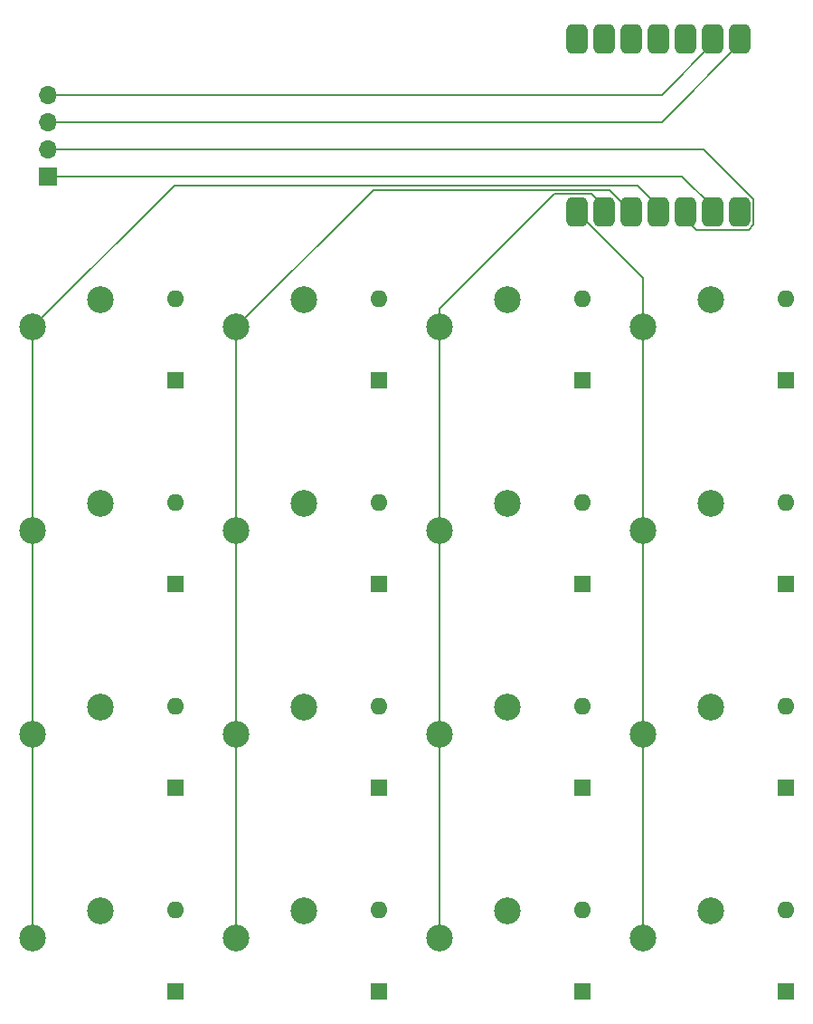
<source format=gbr>
%TF.GenerationSoftware,KiCad,Pcbnew,8.0.5*%
%TF.CreationDate,2024-10-19T01:04:11-04:00*%
%TF.ProjectId,hackpad,6861636b-7061-4642-9e6b-696361645f70,rev?*%
%TF.SameCoordinates,Original*%
%TF.FileFunction,Copper,L1,Top*%
%TF.FilePolarity,Positive*%
%FSLAX46Y46*%
G04 Gerber Fmt 4.6, Leading zero omitted, Abs format (unit mm)*
G04 Created by KiCad (PCBNEW 8.0.5) date 2024-10-19 01:04:11*
%MOMM*%
%LPD*%
G01*
G04 APERTURE LIST*
G04 Aperture macros list*
%AMRoundRect*
0 Rectangle with rounded corners*
0 $1 Rounding radius*
0 $2 $3 $4 $5 $6 $7 $8 $9 X,Y pos of 4 corners*
0 Add a 4 corners polygon primitive as box body*
4,1,4,$2,$3,$4,$5,$6,$7,$8,$9,$2,$3,0*
0 Add four circle primitives for the rounded corners*
1,1,$1+$1,$2,$3*
1,1,$1+$1,$4,$5*
1,1,$1+$1,$6,$7*
1,1,$1+$1,$8,$9*
0 Add four rect primitives between the rounded corners*
20,1,$1+$1,$2,$3,$4,$5,0*
20,1,$1+$1,$4,$5,$6,$7,0*
20,1,$1+$1,$6,$7,$8,$9,0*
20,1,$1+$1,$8,$9,$2,$3,0*%
G04 Aperture macros list end*
%TA.AperFunction,ComponentPad*%
%ADD10C,2.500000*%
%TD*%
%TA.AperFunction,SMDPad,CuDef*%
%ADD11RoundRect,0.500000X-0.500000X0.875000X-0.500000X-0.875000X0.500000X-0.875000X0.500000X0.875000X0*%
%TD*%
%TA.AperFunction,ComponentPad*%
%ADD12R,1.600000X1.600000*%
%TD*%
%TA.AperFunction,ComponentPad*%
%ADD13C,1.600000*%
%TD*%
%TA.AperFunction,ComponentPad*%
%ADD14R,1.700000X1.700000*%
%TD*%
%TA.AperFunction,ComponentPad*%
%ADD15O,1.700000X1.700000*%
%TD*%
%TA.AperFunction,ComponentPad*%
%ADD16O,1.600000X1.600000*%
%TD*%
%TA.AperFunction,Conductor*%
%ADD17C,0.200000*%
%TD*%
G04 APERTURE END LIST*
D10*
%TO.P,SW5,1,1*%
%TO.N,col 1*%
X148590000Y-73660000D03*
%TO.P,SW5,2,2*%
%TO.N,Net-(D5-A)*%
X154940000Y-71120000D03*
%TD*%
D11*
%TO.P,U1,1,PA02_A0_D0*%
%TO.N,SCL*%
X214788750Y-27653750D03*
D12*
X214788750Y-28098750D03*
D11*
%TO.P,U1,2,PA4_A1_D1*%
%TO.N,SDA*%
X212248750Y-27653750D03*
D13*
X212248750Y-28098750D03*
D11*
%TO.P,U1,3,PA10_A2_D2*%
%TO.N,unconnected-(U1-PA10_A2_D2-Pad3)_1*%
X209708750Y-27653750D03*
D13*
X209708750Y-28098750D03*
D11*
%TO.P,U1,4,PA11_A3_D3*%
%TO.N,row 4*%
X207168750Y-27653750D03*
D13*
X207168750Y-28098750D03*
D11*
%TO.P,U1,5,PA8_A4_D4_SDA*%
%TO.N,row 3*%
X204628750Y-27653750D03*
D13*
X204628750Y-28098750D03*
D11*
%TO.P,U1,6,PA9_A5_D5_SCL*%
%TO.N,row 2*%
X202088750Y-27653750D03*
D13*
X202088750Y-28098750D03*
D11*
%TO.P,U1,7,PB08_A6_D6_TX*%
%TO.N,row 1*%
X199548750Y-27653750D03*
D13*
X199548750Y-28098750D03*
%TO.P,U1,8,PB09_A7_D7_RX*%
%TO.N,col 4*%
X199548750Y-43338750D03*
D11*
X199548750Y-43818750D03*
D13*
%TO.P,U1,9,PA7_A8_D8_SCK*%
%TO.N,col 3*%
X202088750Y-43338750D03*
D11*
X202088750Y-43818750D03*
D13*
%TO.P,U1,10,PA5_A9_D9_MISO*%
%TO.N,col 2*%
X204628750Y-43338750D03*
D11*
X204628750Y-43818750D03*
D13*
%TO.P,U1,11,PA6_A10_D10_MOSI*%
%TO.N,col 1*%
X207168750Y-43338750D03*
D11*
X207168750Y-43818750D03*
D13*
%TO.P,U1,12,3V3*%
%TO.N,vcc*%
X209708750Y-43338750D03*
D11*
X209708750Y-43818750D03*
D13*
%TO.P,U1,13,GND*%
%TO.N,gnd*%
X212248750Y-43338750D03*
D11*
X212248750Y-43818750D03*
D13*
%TO.P,U1,14,5V*%
%TO.N,unconnected-(U1-5V-Pad14)*%
X214788750Y-43338750D03*
D11*
X214788750Y-43818750D03*
%TD*%
D10*
%TO.P,SW12,1,1*%
%TO.N,col 4*%
X205740000Y-92710000D03*
%TO.P,SW12,2,2*%
%TO.N,Net-(D12-A)*%
X212090000Y-90170000D03*
%TD*%
%TO.P,SW9,1,1*%
%TO.N,col 1*%
X148590000Y-92710000D03*
%TO.P,SW9,2,2*%
%TO.N,Net-(D9-A)*%
X154940000Y-90170000D03*
%TD*%
%TO.P,SW10,1,1*%
%TO.N,col 2*%
X167640000Y-92710000D03*
%TO.P,SW10,2,2*%
%TO.N,Net-(D10-A)*%
X173990000Y-90170000D03*
%TD*%
%TO.P,SW1,1,1*%
%TO.N,col 1*%
X148590000Y-54610000D03*
%TO.P,SW1,2,2*%
%TO.N,Net-(D1-A)*%
X154940000Y-52070000D03*
%TD*%
%TO.P,SW4,1,1*%
%TO.N,col 4*%
X205740000Y-54610000D03*
%TO.P,SW4,2,2*%
%TO.N,Net-(D4-A)*%
X212090000Y-52070000D03*
%TD*%
%TO.P,SW6,1,1*%
%TO.N,col 2*%
X167640000Y-73660000D03*
%TO.P,SW6,2,2*%
%TO.N,Net-(D6-A)*%
X173990000Y-71120000D03*
%TD*%
%TO.P,SW16,1,1*%
%TO.N,col 4*%
X205740000Y-111760000D03*
%TO.P,SW16,2,2*%
%TO.N,Net-(D16-A)*%
X212090000Y-109220000D03*
%TD*%
%TO.P,SW2,1,1*%
%TO.N,col 2*%
X167640000Y-54610000D03*
%TO.P,SW2,2,2*%
%TO.N,Net-(D2-A)*%
X173990000Y-52070000D03*
%TD*%
%TO.P,SW13,1,1*%
%TO.N,col 1*%
X148590000Y-111760000D03*
%TO.P,SW13,2,2*%
%TO.N,Net-(D13-A)*%
X154940000Y-109220000D03*
%TD*%
%TO.P,SW14,1,1*%
%TO.N,col 2*%
X167640000Y-111760000D03*
%TO.P,SW14,2,2*%
%TO.N,Net-(D14-A)*%
X173990000Y-109220000D03*
%TD*%
D14*
%TO.P,J1,1,GND*%
%TO.N,gnd*%
X150018750Y-40481250D03*
D15*
%TO.P,J1,2,VCC*%
%TO.N,vcc*%
X150018750Y-37941250D03*
%TO.P,J1,3,SCL*%
%TO.N,SCL*%
X150018750Y-35401250D03*
%TO.P,J1,4,SDA*%
%TO.N,SDA*%
X150018750Y-32861250D03*
%TD*%
D10*
%TO.P,SW15,1,1*%
%TO.N,col 3*%
X186690000Y-111760000D03*
%TO.P,SW15,2,2*%
%TO.N,Net-(D15-A)*%
X193040000Y-109220000D03*
%TD*%
%TO.P,SW7,1,1*%
%TO.N,col 3*%
X186690000Y-73660000D03*
%TO.P,SW7,2,2*%
%TO.N,Net-(D7-A)*%
X193040000Y-71120000D03*
%TD*%
%TO.P,SW8,1,1*%
%TO.N,col 4*%
X205740000Y-73660000D03*
%TO.P,SW8,2,2*%
%TO.N,Net-(D8-A)*%
X212090000Y-71120000D03*
%TD*%
%TO.P,SW3,1,1*%
%TO.N,col 3*%
X186690000Y-54610000D03*
%TO.P,SW3,2,2*%
%TO.N,Net-(D3-A)*%
X193040000Y-52070000D03*
%TD*%
%TO.P,SW11,1,1*%
%TO.N,col 3*%
X186690000Y-92710000D03*
%TO.P,SW11,2,2*%
%TO.N,Net-(D11-A)*%
X193040000Y-90170000D03*
%TD*%
D12*
%TO.P,D8,1,K*%
%TO.N,row 2*%
X219075000Y-78581250D03*
D16*
%TO.P,D8,2,A*%
%TO.N,Net-(D8-A)*%
X219075000Y-70961250D03*
%TD*%
D12*
%TO.P,D9,1,K*%
%TO.N,row 3*%
X161925000Y-97631250D03*
D16*
%TO.P,D9,2,A*%
%TO.N,Net-(D9-A)*%
X161925000Y-90011250D03*
%TD*%
D12*
%TO.P,D3,1,K*%
%TO.N,row 1*%
X200025000Y-59531250D03*
D16*
%TO.P,D3,2,A*%
%TO.N,Net-(D3-A)*%
X200025000Y-51911250D03*
%TD*%
D12*
%TO.P,D1,1,K*%
%TO.N,row 1*%
X161925000Y-59531250D03*
D16*
%TO.P,D1,2,A*%
%TO.N,Net-(D1-A)*%
X161925000Y-51911250D03*
%TD*%
D12*
%TO.P,D11,1,K*%
%TO.N,row 3*%
X200025000Y-97631250D03*
D16*
%TO.P,D11,2,A*%
%TO.N,Net-(D11-A)*%
X200025000Y-90011250D03*
%TD*%
D12*
%TO.P,D6,1,K*%
%TO.N,row 2*%
X180975000Y-78581250D03*
D16*
%TO.P,D6,2,A*%
%TO.N,Net-(D6-A)*%
X180975000Y-70961250D03*
%TD*%
D12*
%TO.P,D13,1,K*%
%TO.N,row 4*%
X161925000Y-116681250D03*
D16*
%TO.P,D13,2,A*%
%TO.N,Net-(D13-A)*%
X161925000Y-109061250D03*
%TD*%
D12*
%TO.P,D15,1,K*%
%TO.N,row 4*%
X200025000Y-116681250D03*
D16*
%TO.P,D15,2,A*%
%TO.N,Net-(D15-A)*%
X200025000Y-109061250D03*
%TD*%
D12*
%TO.P,D5,1,K*%
%TO.N,row 2*%
X161925000Y-78581250D03*
D16*
%TO.P,D5,2,A*%
%TO.N,Net-(D5-A)*%
X161925000Y-70961250D03*
%TD*%
D12*
%TO.P,D7,1,K*%
%TO.N,row 2*%
X200025000Y-78581250D03*
D16*
%TO.P,D7,2,A*%
%TO.N,Net-(D7-A)*%
X200025000Y-70961250D03*
%TD*%
D12*
%TO.P,D10,1,K*%
%TO.N,row 3*%
X180975000Y-97631250D03*
D16*
%TO.P,D10,2,A*%
%TO.N,Net-(D10-A)*%
X180975000Y-90011250D03*
%TD*%
D12*
%TO.P,D16,1,K*%
%TO.N,row 4*%
X219075000Y-116681250D03*
D16*
%TO.P,D16,2,A*%
%TO.N,Net-(D16-A)*%
X219075000Y-109061250D03*
%TD*%
D12*
%TO.P,D4,1,K*%
%TO.N,row 1*%
X219075000Y-59531250D03*
D16*
%TO.P,D4,2,A*%
%TO.N,Net-(D4-A)*%
X219075000Y-51911250D03*
%TD*%
D12*
%TO.P,D12,1,K*%
%TO.N,row 3*%
X219075000Y-97631250D03*
D16*
%TO.P,D12,2,A*%
%TO.N,Net-(D12-A)*%
X219075000Y-90011250D03*
%TD*%
D12*
%TO.P,D2,1,K*%
%TO.N,row 1*%
X180975000Y-59531250D03*
D16*
%TO.P,D2,2,A*%
%TO.N,Net-(D2-A)*%
X180975000Y-51911250D03*
%TD*%
D12*
%TO.P,D14,1,K*%
%TO.N,row 4*%
X180975000Y-116681250D03*
D16*
%TO.P,D14,2,A*%
%TO.N,Net-(D14-A)*%
X180975000Y-109061250D03*
%TD*%
D17*
%TO.N,SCL*%
X214788750Y-28098750D02*
X214788750Y-27653750D01*
X150018750Y-35401250D02*
X207486250Y-35401250D01*
X207486250Y-35401250D02*
X214788750Y-28098750D01*
%TO.N,SDA*%
X207486250Y-32861250D02*
X150018750Y-32861250D01*
X212248750Y-28098750D02*
X207486250Y-32861250D01*
%TO.N,col 4*%
X205740000Y-92710000D02*
X205740000Y-73660000D01*
X205740000Y-54610000D02*
X205740000Y-73660000D01*
X205740000Y-111760000D02*
X205740000Y-92710000D01*
X205740000Y-50010000D02*
X199548750Y-43818750D01*
X205740000Y-54610000D02*
X205740000Y-50010000D01*
%TO.N,col 3*%
X186690000Y-111760000D02*
X186690000Y-92710000D01*
X186690000Y-52842234D02*
X197388484Y-42143750D01*
X197388484Y-42143750D02*
X200893750Y-42143750D01*
X186690000Y-54610000D02*
X186690000Y-73660000D01*
X186690000Y-73660000D02*
X186690000Y-92710000D01*
X186690000Y-54610000D02*
X186690000Y-52842234D01*
X200893750Y-42143750D02*
X202088750Y-43338750D01*
%TO.N,col 2*%
X167640000Y-92710000D02*
X167640000Y-73660000D01*
X202553750Y-41743750D02*
X204628750Y-43818750D01*
X167640000Y-73660000D02*
X167640000Y-54610000D01*
X180506250Y-41743750D02*
X202553750Y-41743750D01*
X167640000Y-111760000D02*
X167640000Y-92710000D01*
X167640000Y-54610000D02*
X180506250Y-41743750D01*
%TO.N,col 1*%
X148590000Y-54790000D02*
X148600000Y-54800000D01*
X148590000Y-73660000D02*
X148590000Y-92710000D01*
X161856250Y-41343750D02*
X205173750Y-41343750D01*
X148590000Y-54810000D02*
X148590000Y-73660000D01*
X148590000Y-92710000D02*
X148590000Y-111760000D01*
X148590000Y-54610000D02*
X148590000Y-54790000D01*
X148590000Y-54610000D02*
X161856250Y-41343750D01*
X205173750Y-41343750D02*
X207168750Y-43338750D01*
X148600000Y-54800000D02*
X148590000Y-54810000D01*
%TO.N,gnd*%
X212248750Y-43338750D02*
X209391250Y-40481250D01*
X209391250Y-40481250D02*
X150018750Y-40481250D01*
%TO.N,vcc*%
X216088750Y-45032392D02*
X215627392Y-45493750D01*
X211424892Y-37941250D02*
X216088750Y-42605108D01*
X150018750Y-37941250D02*
X211424892Y-37941250D01*
X210732380Y-45493750D02*
X209708750Y-44470120D01*
X215627392Y-45493750D02*
X210732380Y-45493750D01*
X216088750Y-42605108D02*
X216088750Y-45032392D01*
X209708750Y-44470120D02*
X209708750Y-43338750D01*
%TD*%
M02*

</source>
